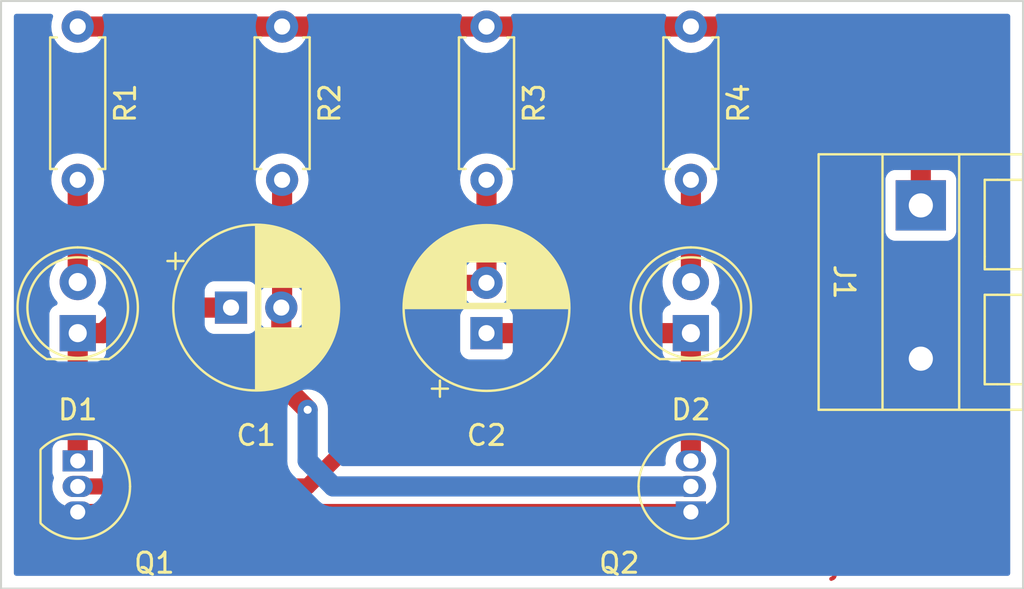
<source format=kicad_pcb>
(kicad_pcb (version 20211014) (generator pcbnew)
  (title_block (title "Tünay Kavrayan") (date "29.09.2022") (rev "V0") (company "Başlamanın Ayak İzleri") (comment 1 "İlk PCB Çizimim"))
  (layers (0 "F.Cu" signal) (31 "B.Cu" signal) (34 "B.Paste" user) (35 "F.Paste" user) (36 "B.SilkS" user "B.Silkscreen") (37 "F.SilkS" user "F.Silkscreen") (38 "B.Mask" user) (39 "F.Mask" user) (44 "Edge.Cuts" user))
  (net 0 "")
  (net 1 "Net-(C1-Pad1)")
  (net 2 "Net-(C1-Pad2)")
  (net 3 "Net-(C2-Pad1)")
  (net 4 "Net-(C2-Pad2)")
  (net 5 "Net-(D1-Pad2)")
  (net 6 "Net-(D2-Pad2)")
  (net 7 "VCC")
  (net 8 "GND")
  (footprint "LED_THT:LED_D5.0mm" (layer "F.Cu") (at 138.43 125.73 90)
    (fp_text reference "D1" (at -3.81 0 180) (layer "F.SilkS"))
    (fp_text value "LED_YESİL")
    (fp_line (start -1.29 -1.545) (end -1.29 1.545) (layer "F.SilkS") (width 0.12))
    (fp_arc (start 4.26 -0.000462) (mid 2.072002 2.880433) (end -1.29 1.54483) (layer "F.SilkS") (width 0.12))
    (fp_arc (start -1.29 -1.54483) (mid 2.072002 -2.880433) (end 4.26 0.000462) (layer "F.SilkS") (width 0.12))
    (fp_circle (center 1.27 0) (end 3.77 0) (layer "F.SilkS") (width 0.12) (fill none))
    (pad "1" thru_hole rect (at 0 0 90) (size 1.8 1.8) (drill 0.9) (layers *.Cu *.Mask) (net 1 "Net-(C1-Pad1)"))
    (pad "2" thru_hole circle (at 2.54 0 90) (size 1.8 1.8) (drill 0.9) (layers *.Cu *.Mask) (net 5 "Net-(D1-Pad2)"))
  )
  (footprint "Package_TO_SOT_THT:TO-92_Inline" (layer "F.Cu") (at 138.43 132.08 -90)
    (fp_text reference "Q1" (at 5.08 -3.81 180) (layer "F.SilkS"))
    (fp_text value "BC547")
    (fp_line (start -0.53 1.85) (end 3.07 1.85) (layer "F.SilkS") (width 0.12))
    (fp_arc (start -0.568478 1.838478) (mid -1.132087 -0.994977) (end 1.27 -2.6) (layer "F.SilkS") (width 0.12))
    (fp_arc (start 1.27 -2.6) (mid 3.672087 -0.994977) (end 3.108478 1.838478) (layer "F.SilkS") (width 0.12))
    (pad "1" thru_hole rect (at 0 0 270) (size 1.05 1.5) (drill 0.75) (layers *.Cu *.Mask) (net 1 "Net-(C1-Pad1)"))
    (pad "2" thru_hole oval (at 1.27 0 270) (size 1.05 1.5) (drill 0.75) (layers *.Cu *.Mask) (net 4 "Net-(C2-Pad2)"))
    (pad "3" thru_hole oval (at 2.54 0 270) (size 1.05 1.5) (drill 0.75) (layers *.Cu *.Mask) (net 8 "GND"))
  )
  (footprint "Resistor_THT:R_Axial_DIN0207_L6.3mm_D2.5mm_P7.62mm_Horizontal" (layer "F.Cu") (at 138.43 110.49 -90)
    (fp_text reference "R1" (at 3.81 -2.37 90) (layer "F.SilkS"))
    (fp_text value "330R")
    (fp_line (start 0.54 1.04) (end 0.54 1.37) (layer "F.SilkS") (width 0.12))
    (fp_line (start 0.54 1.37) (end 7.08 1.37) (layer "F.SilkS") (width 0.12))
    (fp_line (start 0.54 -1.37) (end 7.08 -1.37) (layer "F.SilkS") (width 0.12))
    (fp_line (start 7.08 -1.37) (end 7.08 -1.04) (layer "F.SilkS") (width 0.12))
    (fp_line (start 7.08 1.37) (end 7.08 1.04) (layer "F.SilkS") (width 0.12))
    (fp_line (start 0.54 -1.04) (end 0.54 -1.37) (layer "F.SilkS") (width 0.12))
    (pad "1" thru_hole circle (at 0 0 270) (size 1.6 1.6) (drill 0.8) (layers *.Cu *.Mask) (net 7 "VCC"))
    (pad "2" thru_hole oval (at 7.62 0 270) (size 1.6 1.6) (drill 0.8) (layers *.Cu *.Mask) (net 5 "Net-(D1-Pad2)"))
  )
  (footprint "Capacitor_THT:CP_Radial_D8.0mm_P2.50mm" (layer "F.Cu") (at 158.75 125.73 90)
    (fp_text reference "C2" (at -5.08 0 180) (layer "F.SilkS"))
    (fp_text value "10uF")
    (fp_line (start 3.891 -3.124) (end 3.891 3.124) (layer "F.SilkS") (width 0.12))
    (fp_line (start 5.051 -1.552) (end 5.051 1.552) (layer "F.SilkS") (width 0.12))
    (fp_line (start 2.051 1.04) (end 2.051 4.002) (layer "F.SilkS") (width 0.12))
    (fp_line (start 2.931 1.04) (end 2.931 3.722) (layer "F.SilkS") (width 0.12))
    (fp_line (start 2.731 1.04) (end 2.731 3.805) (layer "F.SilkS") (width 0.12))
    (fp_line (start 2.691 -3.821) (end 2.691 -1.04) (layer "F.SilkS") (width 0.12))
    (fp_line (start 1.81 -4.042) (end 1.81 -1.04) (layer "F.SilkS") (width 0.12))
    (fp_line (start 2.211 1.04) (end 2.211 3.967) (layer "F.SilkS") (width 0.12))
    (fp_line (start 5.011 -1.645) (end 5.011 1.645) (layer "F.SilkS") (width 0.12))
    (fp_line (start 4.811 -2.034) (end 4.811 2.034) (layer "F.SilkS") (width 0.12))
    (fp_line (start 1.73 -4.052) (end 1.73 -1.04) (layer "F.SilkS") (width 0.12))
    (fp_line (start 2.451 1.04) (end 2.451 3.902) (layer "F.SilkS") (width 0.12))
    (fp_line (start 3.331 -3.517) (end 3.331 -1.04) (layer "F.SilkS") (width 0.12))
    (fp_line (start 1.61 1.04) (end 1.61 4.065) (layer "F.SilkS") (width 0.12))
    (fp_line (start 3.531 -3.392) (end 3.531 -1.04) (layer "F.SilkS") (width 0.12))
    (fp_line (start 1.57 -4.068) (end 1.57 -1.04) (layer "F.SilkS") (width 0.12))
    (fp_line (start 3.011 -3.686) (end 3.011 -1.04) (layer "F.SilkS") (width 0.12))
    (fp_line (start 2.531 -3.877) (end 2.531 -1.04) (layer "F.SilkS") (width 0.12))
    (fp_line (start 4.531 -2.454) (end 4.531 2.454) (layer "F.SilkS") (width 0.12))
    (fp_line (start 2.851 1.04) (end 2.851 3.757) (layer "F.SilkS") (width 0.12))
    (fp_line (start 4.131 -2.907) (end 4.131 2.907) (layer "F.SilkS") (width 0.12))
    (fp_line (start 1.49 1.04) (end 1.49 4.074) (layer "F.SilkS") (width 0.12))
    (fp_line (start 1.41 -4.077) (end 1.41 4.077) (layer "F.SilkS") (width 0.12))
    (fp_line (start 3.371 1.04) (end 3.371 3.493) (layer "F.SilkS") (width 0.12))
    (fp_line (start 2.771 -3.79) (end 2.771 -1.04) (layer "F.SilkS") (width 0.12))
    (fp_line (start 3.931 -3.09) (end 3.931 3.09) (layer "F.SilkS") (width 0.12))
    (fp_line (start 1.93 -4.024) (end 1.93 -1.04) (layer "F.SilkS") (width 0.12))
    (fp_line (start 1.971 -4.017) (end 1.971 -1.04) (layer "F.SilkS") (width 0.12))
    (fp_line (start 2.731 -3.805) (end 2.731 -1.04) (layer "F.SilkS") (width 0.12))
    (fp_line (start 4.091 -2.945) (end 4.091 2.945) (layer "F.SilkS") (width 0.12))
    (fp_line (start 4.971 -1.731) (end 4.971 1.731) (layer "F.SilkS") (width 0.12))
    (fp_line (start 1.69 1.04) (end 1.69 4.057) (layer "F.SilkS") (width 0.12))
    (fp_line (start 4.731 -2.166) (end 4.731 2.166) (layer "F.SilkS") (width 0.12))
    (fp_line (start 1.65 -4.061) (end 1.65 -1.04) (layer "F.SilkS") (width 0.12))
    (fp_line (start 3.091 1.04) (end 3.091 3.647) (layer "F.SilkS") (width 0.12))
    (fp_line (start 2.611 -3.85) (end 2.611 -1.04) (layer "F.SilkS") (width 0.12))
    (fp_line (start 3.291 -3.54) (end 3.291 -1.04) (layer "F.SilkS") (width 0.12))
    (fp_line (start 3.131 -3.627) (end 3.131 -1.04) (layer "F.SilkS") (width 0.12))
    (fp_line (start 3.811 -3.189) (end 3.811 3.189) (layer "F.SilkS") (width 0.12))
    (fp_line (start 1.93 1.04) (end 1.93 4.024) (layer "F.SilkS") (width 0.12))
    (fp_line (start 3.051 1.04) (end 3.051 3.666) (layer "F.SilkS") (width 0.12))
    (fp_line (start 5.251 -0.948) (end 5.251 0.948) (layer "F.SilkS") (width 0.12))
    (fp_line (start 5.291 -0.768) (end 5.291 0.768) (layer "F.SilkS") (width 0.12))
    (fp_line (start 3.971 -3.055) (end 3.971 3.055) (layer "F.SilkS") (width 0.12))
    (fp_line (start 4.771 -2.102) (end 4.771 2.102) (layer "F.SilkS") (width 0.12))
    (fp_line (start 5.211 -1.098) (end 5.211 1.098) (layer "F.SilkS") (width 0.12))
    (fp_line (start 2.571 -3.863) (end 2.571 -1.04) (layer "F.SilkS") (width 0.12))
    (fp_line (start 2.091 -3.994) (end 2.091 -1.04) (layer "F.SilkS") (width 0.12))
    (fp_line (start 4.251 -2.784) (end 4.251 2.784) (layer "F.SilkS") (width 0.12))
    (fp_line (start 2.211 -3.967) (end 2.211 -1.04) (layer "F.SilkS") (width 0.12))
    (fp_line (start 1.49 -4.074) (end 1.49 -1.04) (layer "F.SilkS") (width 0.12))
    (fp_line (start 1.89 -4.03) (end 1.89 -1.04) (layer "F.SilkS") (width 0.12))
    (fp_line (start 5.331 -0.533) (end 5.331 0.533) (layer "F.SilkS") (width 0.12))
    (fp_line (start 4.171 -2.867) (end 4.171 2.867) (layer "F.SilkS") (width 0.12))
    (fp_line (start 2.891 1.04) (end 2.891 3.74) (layer "F.SilkS") (width 0.12))
    (fp_line (start 3.691 -3.28) (end 3.691 3.28) (layer "F.SilkS") (width 0.12))
    (fp_line (start 2.491 -3.889) (end 2.491 -1.04) (layer "F.SilkS") (width 0.12))
    (fp_line (start 2.251 1.04) (end 2.251 3.957) (layer "F.SilkS") (width 0.12))
    (fp_line (start 2.811 -3.774) (end 2.811 -1.04) (layer "F.SilkS") (width 0.12))
    (fp_line (start 2.891 -3.74) (end 2.891 -1.04) (layer "F.SilkS") (width 0.12))
    (fp_line (start 1.85 -4.037) (end 1.85 -1.04) (layer "F.SilkS") (width 0.12))
    (fp_line (start 2.651 -3.835) (end 2.651 -1.04) (layer "F.SilkS") (width 0.12))
    (fp_line (start 2.851 -3.757) (end 2.851 -1.04) (layer "F.SilkS") (width 0.12))
    (fp_line (start 1.65 1.04) (end 1.65 4.061) (layer "F.SilkS") (width 0.12))
    (fp_line (start 1.33 -4.08) (end 1.33 4.08) (layer "F.SilkS") (width 0.12))
    (fp_line (start 3.531 1.04) (end 3.531 3.392) (layer "F.SilkS") (width 0.12))
    (fp_line (start 2.291 -3.947) (end 2.291 -1.04) (layer "F.SilkS") (width 0.12))
    (fp_line (start 2.491 1.04) (end 2.491 3.889) (layer "F.SilkS") (width 0.12))
    (fp_line (start 3.131 1.04) (end 3.131 3.627) (layer "F.SilkS") (width 0.12))
    (fp_line (start 4.691 -2.228) (end 4.691 2.228) (layer "F.SilkS") (width 0.12))
    (fp_line (start 1.37 -4.079) (end 1.37 4.079) (layer "F.SilkS") (width 0.12))
    (fp_line (start 3.171 1.04) (end 3.171 3.606) (layer "F.SilkS") (width 0.12))
    (fp_line (start 2.091 1.04) (end 2.091 3.994) (layer "F.SilkS") (width 0.12))
    (fp_line (start 4.651 -2.287) (end 4.651 2.287) (layer "F.SilkS") (width 0.12))
    (fp_line (start 3.091 -3.647) (end 3.091 -1.04) (layer "F.SilkS") (width 0.12))
    (fp_line (start 2.371 -3.925) (end 2.371 -1.04) (layer "F.SilkS") (width 0.12))
    (fp_line (start -2.759698 -2.715) (end -2.759698 -1.915) (layer "F.SilkS") (width 0.12))
    (fp_line (start 1.77 -4.048) (end 1.77 -1.04) (layer "F.SilkS") (width 0.12))
    (fp_line (start 2.291 1.04) (end 2.291 3.947) (layer "F.SilkS") (width 0.12))
    (fp_line (start 4.371 -2.651) (end 4.371 2.651) (layer "F.SilkS") (width 0.12))
    (fp_line (start 3.851 -3.156) (end 3.851 3.156) (layer "F.SilkS") (width 0.12))
    (fp_line (start 1.971 1.04) (end 1.971 4.017) (layer "F.SilkS") (width 0.12))
    (fp_line (start 1.81 1.04) (end 1.81 4.042) (layer "F.SilkS") (width 0.12))
    (fp_line (start 4.331 -2.697) (end 4.331 2.697) (layer "F.SilkS") (width 0.12))
    (fp_line (start 2.331 1.04) (end 2.331 3.936) (layer "F.SilkS") (width 0.12))
    (fp_line (start 3.251 1.04) (end 3.251 3.562) (layer "F.SilkS") (width 0.12))
    (fp_line (start 3.211 -3.584) (end 3.211 -1.04) (layer "F.SilkS") (width 0.12))
    (fp_line (start 3.051 -3.666) (end 3.051 -1.04) (layer "F.SilkS") (width 0.12))
    (fp_line (start 4.011 -3.019) (end 4.011 3.019) (layer "F.SilkS") (width 0.12))
    (fp_line (start 1.73 1.04) (end 1.73 4.052) (layer "F.SilkS") (width 0.12))
    (fp_line (start 2.331 -3.936) (end 2.331 -1.04) (layer "F.SilkS") (width 0.12))
    (fp_line (start 1.53 -4.071) (end 1.53 -1.04) (layer "F.SilkS") (width 0.12))
    (fp_line (start 3.411 -3.469) (end 3.411 -1.04) (layer "F.SilkS") (width 0.12))
    (fp_line (start 4.891 -1.89) (end 4.891 1.89) (layer "F.SilkS") (width 0.12))
    (fp_line (start 3.571 -3.365) (end 3.571 3.365) (layer "F.SilkS") (width 0.12))
    (fp_line (start 2.131 -3.985) (end 2.131 -1.04) (layer "F.SilkS") (width 0.12))
    (fp_line (start 2.931 -3.722) (end 2.931 -1.04) (layer "F.SilkS") (width 0.12))
    (fp_line (start 4.451 -2.556) (end 4.451 2.556) (layer "F.SilkS") (width 0.12))
    (fp_line (start 2.411 1.04) (end 2.411 3.914) (layer "F.SilkS") (width 0.12))
    (fp_line (start 1.77 1.04) (end 1.77 4.048) (layer "F.SilkS") (width 0.12))
    (fp_line (start 5.091 -1.453) (end 5.091 1.453) (layer "F.SilkS") (width 0.12))
    (fp_line (start 2.051 -4.002) (end 2.051 -1.04) (layer "F.SilkS") (width 0.12))
    (fp_line (start 3.611 -3.338) (end 3.611 3.338) (layer "F.SilkS") (width 0.12))
    (fp_line (start 4.051 -2.983) (end 4.051 2.983) (layer "F.SilkS") (width 0.12))
    (fp_line (start 3.291 1.04) (end 3.291 3.54) (layer "F.SilkS") (width 0.12))
    (fp_line (start 3.371 -3.493) (end 3.371 -1.04) (layer "F.SilkS") (width 0.12))
    (fp_line (start 2.651 1.04) (end 2.651 3.835) (layer "F.SilkS") (width 0.12))
    (fp_line (start 2.371 1.04) (end 2.371 3.925) (layer "F.SilkS") (width 0.12))
    (fp_line (start 2.411 -3.914) (end 2.411 -1.04) (layer "F.SilkS") (width 0.12))
    (fp_line (start 2.971 1.04) (end 2.971 3.704) (layer "F.SilkS") (width 0.12))
    (fp_line (start 3.451 1.04) (end 3.451 3.444) (layer "F.SilkS") (width 0.12))
    (fp_line (start 1.89 1.04) (end 1.89 4.03) (layer "F.SilkS") (width 0.12))
    (fp_line (start 4.851 -1.964) (end 4.851 1.964) (layer "F.SilkS") (width 0.12))
    (fp_line (start 3.491 -3.418) (end 3.491 -1.04) (layer "F.SilkS") (width 0.12))
    (fp_line (start 2.531 1.04) (end 2.531 3.877) (layer "F.SilkS") (width 0.12))
    (fp_line (start 1.57 1.04) (end 1.57 4.068) (layer "F.SilkS") (width 0.12))
    (fp_line (start 2.571 1.04) (end 2.571 3.863) (layer "F.SilkS") (width 0.12))
    (fp_line (start 2.971 -3.704) (end 2.971 -1.04) (layer "F.SilkS") (width 0.12))
    (fp_line (start 3.211 1.04) (end 3.211 3.584) (layer "F.SilkS") (width 0.12))
    (fp_line (start 3.731 -3.25) (end 3.731 3.25) (layer "F.SilkS") (width 0.12))
    (fp_line (start 3.171 -3.606) (end 3.171 -1.04) (layer "F.SilkS") (width 0.12))
    (fp_line (start 3.771 -3.22) (end 3.771 3.22) (layer "F.SilkS") (width 0.12))
    (fp_line (start 2.171 -3.976) (end 2.171 -1.04) (layer "F.SilkS") (width 0.12))
    (fp_line (start 1.61 -4.065) (end 1.61 -1.04) (layer "F.SilkS") (width 0.12))
    (fp_line (start 5.131 -1.346) (end 5.131 1.346) (layer "F.SilkS") (width 0.12))
    (fp_line (start 3.251 -3.562) (end 3.251 -1.04) (layer "F.SilkS") (width 0.12))
    (fp_line (start 1.85 1.04) (end 1.85 4.037) (layer "F.SilkS") (width 0.12))
    (fp_line (start 2.011 1.04) (end 2.011 4.01) (layer "F.SilkS") (width 0.12))
    (fp_line (start 3.491 1.04) (end 3.491 3.418) (layer "F.SilkS") (width 0.12))
    (fp_line (start 1.45 -4.076) (end 1.45 4.076) (layer "F.SilkS") (width 0.12))
    (fp_line (start 1.29 -4.08) (end 1.29 4.08) (layer "F.SilkS") (width 0.12))
    (fp_line (start 2.611 1.04) (end 2.611 3.85) (layer "F.SilkS") (width 0.12))
    (fp_line (start 5.171 -1.229) (end 5.171 1.229) (layer "F.SilkS") (width 0.12))
    (fp_line (start 4.931 -1.813) (end 4.931 1.813) (layer "F.SilkS") (width 0.12))
    (fp_line (start 3.451 -3.444) (end 3.451 -1.04) (layer "F.SilkS") (width 0.12))
    (fp_line (start 4.291 -2.741) (end 4.291 2.741) (layer "F.SilkS") (width 0.12))
    (fp_line (start 2.691 1.04) (end 2.691 3.821) (layer "F.SilkS") (width 0.12))
    (fp_line (start 2.251 -3.957) (end 2.251 -1.04) (layer "F.SilkS") (width 0.12))
    (fp_line (start 2.811 1.04) (end 2.811 3.774) (layer "F.SilkS") (width 0.12))
    (fp_line (start 1.69 -4.057) (end 1.69 -1.04) (layer "F.SilkS") (width 0.12))
    (fp_line (start 2.451 -3.902) (end 2.451 -1.04) (layer "F.SilkS") (width 0.12))
    (fp_line (start 3.331 1.04) (end 3.331 3.517) (layer "F.SilkS") (width 0.12))
    (fp_line (start 2.171 1.04) (end 2.171 3.976) (layer "F.SilkS") (width 0.12))
    (fp_line (start 3.011 1.04) (end 3.011 3.686) (layer "F.SilkS") (width 0.12))
    (fp_line (start 1.25 -4.08) (end 1.25 4.08) (layer "F.SilkS") (width 0.12))
    (fp_line (start 1.53 1.04) (end 1.53 4.071) (layer "F.SilkS") (width 0.12))
    (fp_line (start 2.131 1.04) (end 2.131 3.985) (layer "F.SilkS") (width 0.12))
    (fp_line (start 4.211 -2.826) (end 4.211 2.826) (layer "F.SilkS") (width 0.12))
    (fp_line (start 4.491 -2.505) (end 4.491 2.505) (layer "F.SilkS") (width 0.12))
    (fp_line (start 2.771 1.04) (end 2.771 3.79) (layer "F.SilkS") (width 0.12))
    (fp_line (start 4.611 -2.345) (end 4.611 2.345) (layer "F.SilkS") (width 0.12))
    (fp_line (start 4.571 -2.4) (end 4.571 2.4) (layer "F.SilkS") (width 0.12))
    (fp_line (start -3.159698 -2.315) (end -2.359698 -2.315) (layer "F.SilkS") (width 0.12))
    (fp_line (start 4.411 -2.604) (end 4.411 2.604) (layer "F.SilkS") (width 0.12))
    (fp_line (start 3.651 -3.309) (end 3.651 3.309) (layer "F.SilkS") (width 0.12))
    (fp_line (start 3.411 1.04) (end 3.411 3.469) (layer "F.SilkS") (width 0.12))
    (fp_line (start 2.011 -4.01) (end 2.011 -1.04) (layer "F.SilkS") (width 0.12))
    (fp_circle (center 1.25 0) (end 5.37 0) (layer "F.SilkS") (width 0.12) (fill none))
    (pad "1" thru_hole rect (at 0 0 90) (size 1.6 1.6) (drill 0.8) (layers *.Cu *.Mask) (net 3 "Net-(C2-Pad1)"))
    (pad "2" thru_hole circle (at 2.5 0 90) (size 1.6 1.6) (drill 0.8) (layers *.Cu *.Mask) (net 4 "Net-(C2-Pad2)"))
  )
  (footprint "Resistor_THT:R_Axial_DIN0207_L6.3mm_D2.5mm_P7.62mm_Horizontal" (layer "F.Cu") (at 158.75 110.49 -90)
    (fp_text reference "R3" (at 3.81 -2.37 90) (layer "F.SilkS"))
    (fp_text value "150K")
    (fp_line (start 7.08 -1.37) (end 7.08 -1.04) (layer "F.SilkS") (width 0.12))
    (fp_line (start 7.08 1.37) (end 7.08 1.04) (layer "F.SilkS") (width 0.12))
    (fp_line (start 0.54 1.04) (end 0.54 1.37) (layer "F.SilkS") (width 0.12))
    (fp_line (start 0.54 -1.04) (end 0.54 -1.37) (layer "F.SilkS") (width 0.12))
    (fp_line (start 0.54 1.37) (end 7.08 1.37) (layer "F.SilkS") (width 0.12))
    (fp_line (start 0.54 -1.37) (end 7.08 -1.37) (layer "F.SilkS") (width 0.12))
    (pad "1" thru_hole circle (at 0 0 270) (size 1.6 1.6) (drill 0.8) (layers *.Cu *.Mask) (net 7 "VCC"))
    (pad "2" thru_hole oval (at 7.62 0 270) (size 1.6 1.6) (drill 0.8) (layers *.Cu *.Mask) (net 4 "Net-(C2-Pad2)"))
  )
  (footprint "Resistor_THT:R_Axial_DIN0207_L6.3mm_D2.5mm_P7.62mm_Horizontal" (layer "F.Cu") (at 168.91 110.49 -90)
    (fp_text reference "R4" (at 3.81 -2.37 90) (layer "F.SilkS"))
    (fp_text value "330R")
    (fp_line (start 0.54 -1.04) (end 0.54 -1.37) (layer "F.SilkS") (width 0.12))
    (fp_line (start 7.08 -1.37) (end 7.08 -1.04) (layer "F.SilkS") (width 0.12))
    (fp_line (start 7.08 1.37) (end 7.08 1.04) (layer "F.SilkS") (width 0.12))
    (fp_line (start 0.54 1.37) (end 7.08 1.37) (layer "F.SilkS") (width 0.12))
    (fp_line (start 0.54 1.04) (end 0.54 1.37) (layer "F.SilkS") (width 0.12))
    (fp_line (start 0.54 -1.37) (end 7.08 -1.37) (layer "F.SilkS") (width 0.12))
    (pad "1" thru_hole circle (at 0 0 270) (size 1.6 1.6) (drill 0.8) (layers *.Cu *.Mask) (net 7 "VCC"))
    (pad "2" thru_hole oval (at 7.62 0 270) (size 1.6 1.6) (drill 0.8) (layers *.Cu *.Mask) (net 6 "Net-(D2-Pad2)"))
  )
  (footprint "Resistor_THT:R_Axial_DIN0207_L6.3mm_D2.5mm_P7.62mm_Horizontal" (layer "F.Cu") (at 148.59 110.49 -90)
    (fp_text reference "R2" (at 3.81 -2.37 90) (layer "F.SilkS"))
    (fp_text value "150K")
    (fp_line (start 0.54 -1.37) (end 7.08 -1.37) (layer "F.SilkS") (width 0.12))
    (fp_line (start 7.08 -1.37) (end 7.08 -1.04) (layer "F.SilkS") (width 0.12))
    (fp_line (start 0.54 1.37) (end 7.08 1.37) (layer "F.SilkS") (width 0.12))
    (fp_line (start 7.08 1.37) (end 7.08 1.04) (layer "F.SilkS") (width 0.12))
    (fp_line (start 0.54 -1.04) (end 0.54 -1.37) (layer "F.SilkS") (width 0.12))
    (fp_line (start 0.54 1.04) (end 0.54 1.37) (layer "F.SilkS") (width 0.12))
    (pad "1" thru_hole circle (at 0 0 270) (size 1.6 1.6) (drill 0.8) (layers *.Cu *.Mask) (net 7 "VCC"))
    (pad "2" thru_hole oval (at 7.62 0 270) (size 1.6 1.6) (drill 0.8) (layers *.Cu *.Mask) (net 2 "Net-(C1-Pad2)"))
  )
  (footprint "kutuphane_footprint:klemens" (layer "F.Cu") (at 180.34 121.92 -90)
    (fp_text reference "J1" (at 1.27 3.81 -90 unlocked) (layer "F.SilkS"))
    (fp_text value "klemens")
    (fp_line (start 1.905 -5.08) (end 1.905 -3.81) (layer "F.SilkS") (width 0.12))
    (fp_line (start 1.905 -3.175) (end 5.715 -3.175) (layer "F.SilkS") (width 0.12))
    (fp_line (start -3.81 -5.08) (end -3.81 -3.81) (layer "F.SilkS") (width 0.12))
    (fp_line (start 6.35 -3.81) (end 6.35 -3.175) (layer "F.SilkS") (width 0.12))
    (fp_line (start 0 -3.175) (end 0.635 -3.175) (layer "F.SilkS") (width 0.12))
    (fp_line (start -5.08 -5.08) (end -5.08 5.08) (layer "F.SilkS") (width 0.12))
    (fp_line (start -5.08 5.08) (end 7.62 5.08) (layer "F.SilkS") (width 0.12))
    (fp_line (start -5.08 1.905) (end 7.62 1.905) (layer "F.SilkS") (width 0.12))
    (fp_line (start -5.08 -1.905) (end 7.62 -1.905) (layer "F.SilkS") (width 0.12))
    (fp_line (start -3.81 -3.175) (end 0 -3.175) (layer "F.SilkS") (width 0.12))
    (fp_line (start 1.905 -3.81) (end 1.905 -3.175) (layer "F.SilkS") (width 0.12))
    (fp_line (start -3.81 -3.81) (end -3.81 -3.175) (layer "F.SilkS") (width 0.12))
    (fp_line (start 5.715 -3.175) (end 6.35 -3.175) (layer "F.SilkS") (width 0.12))
    (fp_line (start 7.62 5.08) (end 7.62 -5.08) (layer "F.SilkS") (width 0.12))
    (fp_line (start 7.62 -5.08) (end -5.08 -5.08) (layer "F.SilkS") (width 0.12))
    (fp_line (start 0.635 -3.81) (end 0.635 -5.08) (layer "F.SilkS") (width 0.12))
    (fp_line (start 0.635 -3.81) (end 0.635 -3.175) (layer "F.SilkS") (width 0.12))
    (fp_line (start 6.35 -3.81) (end 6.35 -5.08) (layer "F.SilkS") (width 0.12))
    (pad "1" thru_hole rect (at -2.54 0 270) (size 2.5 2.5) (drill 1.2) (layers *.Cu *.Mask) (net 7 "VCC"))
    (pad "2" thru_hole circle (at 5.08 0 270) (size 2.5 2.5) (drill 1.2) (layers *.Cu *.Mask) (net 8 "GND"))
  )
  (footprint "Package_TO_SOT_THT:TO-92_Inline" (layer "F.Cu") (at 168.91 134.62 90)
    (fp_text reference "Q2" (at -2.54 -3.56 180) (layer "F.SilkS"))
    (fp_text value "BC547")
    (fp_line (start -0.53 1.85) (end 3.07 1.85) (layer "F.SilkS") (width 0.12))
    (fp_arc (start 1.27 -2.6) (mid 3.672087 -0.994977) (end 3.108478 1.838478) (layer "F.SilkS") (width 0.12))
    (fp_arc (start -0.568478 1.838478) (mid -1.132087 -0.994977) (end 1.27 -2.6) (layer "F.SilkS") (width 0.12))
    (pad "1" thru_hole rect (at 0 0 90) (size 1.05 1.5) (drill 0.75) (layers *.Cu *.Mask) (net 8 "GND"))
    (pad "2" thru_hole oval (at 1.27 0 90) (size 1.05 1.5) (drill 0.75) (layers *.Cu *.Mask) (net 2 "Net-(C1-Pad2)"))
    (pad "3" thru_hole oval (at 2.54 0 90) (size 1.05 1.5) (drill 0.75) (layers *.Cu *.Mask) (net 3 "Net-(C2-Pad1)"))
  )
  (footprint "Capacitor_THT:CP_Radial_D8.0mm_P2.50mm" (layer "F.Cu") (at 146.05 124.46)
    (fp_text reference "C1" (at 1.25 6.35) (layer "F.SilkS"))
    (fp_text value "10uF")
    (fp_line (start 1.971 1.04) (end 1.971 4.017) (layer "F.SilkS") (width 0.12))
    (fp_line (start 5.051 -1.552) (end 5.051 1.552) (layer "F.SilkS") (width 0.12))
    (fp_line (start 2.251 -3.957) (end 2.251 -1.04) (layer "F.SilkS") (width 0.12))
    (fp_line (start -3.159698 -2.315) (end -2.359698 -2.315) (layer "F.SilkS") (width 0.12))
    (fp_line (start 4.491 -2.505) (end 4.491 2.505) (layer "F.SilkS") (width 0.12))
    (fp_line (start 2.211 1.04) (end 2.211 3.967) (layer "F.SilkS") (width 0.12))
    (fp_line (start 2.091 1.04) (end 2.091 3.994) (layer "F.SilkS") (width 0.12))
    (fp_line (start 1.77 1.04) (end 1.77 4.048) (layer "F.SilkS") (width 0.12))
    (fp_line (start 4.051 -2.983) (end 4.051 2.983) (layer "F.SilkS") (width 0.12))
    (fp_line (start 3.131 1.04) (end 3.131 3.627) (layer "F.SilkS") (width 0.12))
    (fp_line (start 2.291 -3.947) (end 2.291 -1.04) (layer "F.SilkS") (width 0.12))
    (fp_line (start 4.811 -2.034) (end 4.811 2.034) (layer "F.SilkS") (width 0.12))
    (fp_line (start 1.77 -4.048) (end 1.77 -1.04) (layer "F.SilkS") (width 0.12))
    (fp_line (start 3.171 1.04) (end 3.171 3.606) (layer "F.SilkS") (width 0.12))
    (fp_line (start 4.691 -2.228) (end 4.691 2.228) (layer "F.SilkS") (width 0.12))
    (fp_line (start 2.051 1.04) (end 2.051 4.002) (layer "F.SilkS") (width 0.12))
    (fp_line (start 2.691 1.04) (end 2.691 3.821) (layer "F.SilkS") (width 0.12))
    (fp_line (start 2.011 1.04) (end 2.011 4.01) (layer "F.SilkS") (width 0.12))
    (fp_line (start 2.251 1.04) (end 2.251 3.957) (layer "F.SilkS") (width 0.12))
    (fp_line (start 3.251 1.04) (end 3.251 3.562) (layer "F.SilkS") (width 0.12))
    (fp_line (start 1.41 -4.077) (end 1.41 4.077) (layer "F.SilkS") (width 0.12))
    (fp_line (start 4.531 -2.454) (end 4.531 2.454) (layer "F.SilkS") (width 0.12))
    (fp_line (start 2.171 -3.976) (end 2.171 -1.04) (layer "F.SilkS") (width 0.12))
    (fp_line (start 2.851 1.04) (end 2.851 3.757) (layer "F.SilkS") (width 0.12))
    (fp_line (start 3.331 -3.517) (end 3.331 -1.04) (layer "F.SilkS") (width 0.12))
    (fp_line (start 3.051 1.04) (end 3.051 3.666) (layer "F.SilkS") (width 0.12))
    (fp_line (start 1.73 1.04) (end 1.73 4.052) (layer "F.SilkS") (width 0.12))
    (fp_line (start 2.651 1.04) (end 2.651 3.835) (layer "F.SilkS") (width 0.12))
    (fp_line (start 3.851 -3.156) (end 3.851 3.156) (layer "F.SilkS") (width 0.12))
    (fp_line (start 2.851 -3.757) (end 2.851 -1.04) (layer "F.SilkS") (width 0.12))
    (fp_line (start 3.411 -3.469) (end 3.411 -1.04) (layer "F.SilkS") (width 0.12))
    (fp_line (start 1.69 -4.057) (end 1.69 -1.04) (layer "F.SilkS") (width 0.12))
    (fp_line (start 2.331 -3.936) (end 2.331 -1.04) (layer "F.SilkS") (width 0.12))
    (fp_line (start 2.771 -3.79) (end 2.771 -1.04) (layer "F.SilkS") (width 0.12))
    (fp_line (start 5.131 -1.346) (end 5.131 1.346) (layer "F.SilkS") (width 0.12))
    (fp_line (start 2.731 1.04) (end 2.731 3.805) (layer "F.SilkS") (width 0.12))
    (fp_line (start 5.251 -0.948) (end 5.251 0.948) (layer "F.SilkS") (width 0.12))
    (fp_line (start 1.971 -4.017) (end 1.971 -1.04) (layer "F.SilkS") (width 0.12))
    (fp_line (start 3.731 -3.25) (end 3.731 3.25) (layer "F.SilkS") (width 0.12))
    (fp_line (start 2.691 -3.821) (end 2.691 -1.04) (layer "F.SilkS") (width 0.12))
    (fp_line (start 5.291 -0.768) (end 5.291 0.768) (layer "F.SilkS") (width 0.12))
    (fp_line (start 2.931 1.04) (end 2.931 3.722) (layer "F.SilkS") (width 0.12))
    (fp_line (start 1.73 -4.052) (end 1.73 -1.04) (layer "F.SilkS") (width 0.12))
    (fp_line (start 2.531 -3.877) (end 2.531 -1.04) (layer "F.SilkS") (width 0.12))
    (fp_line (start 4.931 -1.813) (end 4.931 1.813) (layer "F.SilkS") (width 0.12))
    (fp_line (start 3.891 -3.124) (end 3.891 3.124) (layer "F.SilkS") (width 0.12))
    (fp_line (start 1.85 1.04) (end 1.85 4.037) (layer "F.SilkS") (width 0.12))
    (fp_line (start 3.531 -3.392) (end 3.531 -1.04) (layer "F.SilkS") (width 0.12))
    (fp_line (start 1.49 1.04) (end 1.49 4.074) (layer "F.SilkS") (width 0.12))
    (fp_line (start 3.491 1.04) (end 3.491 3.418) (layer "F.SilkS") (width 0.12))
    (fp_line (start 4.251 -2.784) (end 4.251 2.784) (layer "F.SilkS") (width 0.12))
    (fp_line (start 4.131 -2.907) (end 4.131 2.907) (layer "F.SilkS") (width 0.12))
    (fp_line (start 1.29 -4.08) (end 1.29 4.08) (layer "F.SilkS") (width 0.12))
    (fp_line (start 4.211 -2.826) (end 4.211 2.826) (layer "F.SilkS") (width 0.12))
    (fp_line (start 2.371 -3.925) (end 2.371 -1.04) (layer "F.SilkS") (width 0.12))
    (fp_line (start 3.131 -3.627) (end 3.131 -1.04) (layer "F.SilkS") (width 0.12))
    (fp_line (start 3.291 1.04) (end 3.291 3.54) (layer "F.SilkS") (width 0.12))
    (fp_line (start 4.771 -2.102) (end 4.771 2.102) (layer "F.SilkS") (width 0.12))
    (fp_line (start 2.011 -4.01) (end 2.011 -1.04) (layer "F.SilkS") (width 0.12))
    (fp_line (start 2.531 1.04) (end 2.531 3.877) (layer "F.SilkS") (width 0.12))
    (fp_line (start 1.89 1.04) (end 1.89 4.03) (layer "F.SilkS") (width 0.12))
    (fp_line (start 3.691 -3.28) (end 3.691 3.28) (layer "F.SilkS") (width 0.12))
    (fp_line (start 1.93 -4.024) (end 1.93 -1.04) (layer "F.SilkS") (width 0.12))
    (fp_line (start 4.091 -2.945) (end 4.091 2.945) (layer "F.SilkS") (width 0.12))
    (fp_line (start 2.451 -3.902) (end 2.451 -1.04) (layer "F.SilkS") (width 0.12))
    (fp_line (start 3.451 1.04) (end 3.451 3.444) (layer "F.SilkS") (width 0.12))
    (fp_line (start 3.091 -3.647) (end 3.091 -1.04) (layer "F.SilkS") (width 0.12))
    (fp_line (start 2.211 -3.967) (end 2.211 -1.04) (layer "F.SilkS") (width 0.12))
    (fp_line (start 4.651 -2.287) (end 4.651 2.287) (layer "F.SilkS") (width 0.12))
    (fp_line (start 4.331 -2.697) (end 4.331 2.697) (layer "F.SilkS") (width 0.12))
    (fp_line (start 3.211 -3.584) (end 3.211 -1.04) (layer "F.SilkS") (width 0.12))
    (fp_line (start 2.331 1.04) (end 2.331 3.936) (layer "F.SilkS") (width 0.12))
    (fp_line (start 3.411 1.04) (end 3.411 3.469) (layer "F.SilkS") (width 0.12))
    (fp_line (start 3.251 -3.562) (end 3.251 -1.04) (layer "F.SilkS") (width 0.12))
    (fp_line (start 4.891 -1.89) (end 4.891 1.89) (layer "F.SilkS") (width 0.12))
    (fp_line (start 2.891 1.04) (end 2.891 3.74) (layer "F.SilkS") (width 0.12))
    (fp_line (start 4.571 -2.4) (end 4.571 2.4) (layer "F.SilkS") (width 0.12))
    (fp_line (start 2.811 1.04) (end 2.811 3.774) (layer "F.SilkS") (width 0.12))
    (fp_line (start 5.091 -1.453) (end 5.091 1.453) (layer "F.SilkS") (width 0.12))
    (fp_line (start 4.411 -2.604) (end 4.411 2.604) (layer "F.SilkS") (width 0.12))
    (fp_line (start 2.411 -3.914) (end 2.411 -1.04) (layer "F.SilkS") (width 0.12))
    (fp_line (start 1.89 -4.03) (end 1.89 -1.04) (layer "F.SilkS") (width 0.12))
    (fp_line (start 2.611 1.04) (end 2.611 3.85) (layer "F.SilkS") (width 0.12))
    (fp_line (start 1.57 -4.068) (end 1.57 -1.04) (layer "F.SilkS") (width 0.12))
    (fp_line (start 3.291 -3.54) (end 3.291 -1.04) (layer "F.SilkS") (width 0.12))
    (fp_line (start 3.091 1.04) (end 3.091 3.647) (layer "F.SilkS") (width 0.12))
    (fp_line (start 3.811 -3.189) (end 3.811 3.189) (layer "F.SilkS") (width 0.12))
    (fp_line (start 2.611 -3.85) (end 2.611 -1.04) (layer "F.SilkS") (width 0.12))
    (fp_line (start 1.49 -4.074) (end 1.49 -1.04) (layer "F.SilkS") (width 0.12))
    (fp_line (start 5.211 -1.098) (end 5.211 1.098) (layer "F.SilkS") (width 0.12))
    (fp_line (start 1.61 -4.065) (end 1.61 -1.04) (layer "F.SilkS") (width 0.12))
    (fp_line (start 4.171 -2.867) (end 4.171 2.867) (layer "F.SilkS") (width 0.12))
    (fp_line (start 1.81 -4.042) (end 1.81 -1.04) (layer "F.SilkS") (width 0.12))
    (fp_line (start 1.37 -4.079) (end 1.37 4.079) (layer "F.SilkS") (width 0.12))
    (fp_line (start 1.81 1.04) (end 1.81 4.042) (layer "F.SilkS") (width 0.12))
    (fp_line (start 5.171 -1.229) (end 5.171 1.229) (layer "F.SilkS") (width 0.12))
    (fp_line (start 3.211 1.04) (end 3.211 3.584) (layer "F.SilkS") (width 0.12))
    (fp_line (start 1.61 1.04) (end 1.61 4.065) (layer "F.SilkS") (width 0.12))
    (fp_line (start 2.451 1.04) (end 2.451 3.902) (layer "F.SilkS") (width 0.12))
    (fp_line (start 1.85 -4.037) (end 1.85 -1.04) (layer "F.SilkS") (width 0.12))
    (fp_line (start 3.451 -3.444) (end 3.451 -1.04) (layer "F.SilkS") (width 0.12))
    (fp_line (start 1.53 -4.071) (end 1.53 -1.04) (layer "F.SilkS") (width 0.12))
    (fp_line (start 3.651 -3.309) (end 3.651 3.309) (layer "F.SilkS") (width 0.12))
    (fp_line (start 2.411 1.04) (end 2.411 3.914) (layer "F.SilkS") (width 0.12))
    (fp_line (start 2.131 1.04) (end 2.131 3.985) (layer "F.SilkS") (width 0.12))
    (fp_line (start 1.65 1.04) (end 1.65 4.061) (layer "F.SilkS") (width 0.12))
    (fp_line (start 3.971 -3.055) (end 3.971 3.055) (layer "F.SilkS") (width 0.12))
    (fp_line (start 2.371 1.04) (end 2.371 3.925) (layer "F.SilkS") (width 0.12))
    (fp_line (start 3.171 -3.606) (end 3.171 -1.04) (layer "F.SilkS") (width 0.12))
    (fp_line (start 3.051 -3.666) (end 3.051 -1.04) (layer "F.SilkS") (width 0.12))
    (fp_line (start 1.33 -4.08) (end 1.33 4.08) (layer "F.SilkS") (width 0.12))
    (fp_line (start 4.291 -2.741) (end 4.291 2.741) (layer "F.SilkS") (width 0.12))
    (fp_line (start 1.65 -4.061) (end 1.65 -1.04) (layer "F.SilkS") (width 0.12))
    (fp_line (start 2.971 1.04) (end 2.971 3.704) (layer "F.SilkS") (width 0.12))
    (fp_line (start 3.371 -3.493) (end 3.371 -1.04) (layer "F.SilkS") (width 0.12))
    (fp_line (start 4.611 -2.345) (end 4.611 2.345) (layer "F.SilkS") (width 0.12))
    (fp_line (start 4.451 -2.556) (end 4.451 2.556) (layer "F.SilkS") (width 0.12))
    (fp_line (start 1.69 1.04) (end 1.69 4.057) (layer "F.SilkS") (width 0.12))
    (fp_line (start 4.851 -1.964) (end 4.851 1.964) (layer "F.SilkS") (width 0.12))
    (fp_line (start 1.57 1.04) (end 1.57 4.068) (layer "F.SilkS") (width 0.12))
    (fp_line (start 1.53 1.04) (end 1.53 4.071) (layer "F.SilkS") (width 0.12))
    (fp_line (start 3.371 1.04) (end 3.371 3.493) (layer "F.SilkS") (width 0.12))
    (fp_line (start 2.811 -3.774) (end 2.811 -1.04) (layer "F.SilkS") (width 0.12))
    (fp_line (start 3.611 -3.338) (end 3.611 3.338) (layer "F.SilkS") (width 0.12))
    (fp_line (start 3.531 1.04) (end 3.531 3.392) (layer "F.SilkS") (width 0.12))
    (fp_line (start 5.331 -0.533) (end 5.331 0.533) (layer "F.SilkS") (width 0.12))
    (fp_line (start 5.011 -1.645) (end 5.011 1.645) (layer "F.SilkS") (width 0.12))
    (fp_line (start 1.93 1.04) (end 1.93 4.024) (layer "F.SilkS") (width 0.12))
    (fp_line (start 4.011 -3.019) (end 4.011 3.019) (layer "F.SilkS") (width 0.12))
    (fp_line (start 3.331 1.04) (end 3.331 3.517) (layer "F.SilkS") (width 0.12))
    (fp_line (start 4.731 -2.166) (end 4.731 2.166) (layer "F.SilkS") (width 0.12))
    (fp_line (start 2.091 -3.994) (end 2.091 -1.04) (layer "F.SilkS") (width 0.12))
    (fp_line (start 2.491 -3.889) (end 2.491 -1.04) (layer "F.SilkS") (width 0.12))
    (fp_line (start 2.891 -3.74) (end 2.891 -1.04) (layer "F.SilkS") (width 0.12))
    (fp_line (start 2.731 -3.805) (end 2.731 -1.04) (layer "F.SilkS") (width 0.12))
    (fp_line (start 2.651 -3.835) (end 2.651 -1.04) (layer "F.SilkS") (width 0.12))
    (fp_line (start -2.759698 -2.715) (end -2.759698 -1.915) (layer "F.SilkS") (width 0.12))
    (fp_line (start 3.771 -3.22) (end 3.771 3.22) (layer "F.SilkS") (width 0.12))
    (fp_line (start 2.051 -4.002) (end 2.051 -1.04) (layer "F.SilkS") (width 0.12))
    (fp_line (start 2.771 1.04) (end 2.771 3.79) (layer "F.SilkS") (width 0.12))
    (fp_line (start 2.171 1.04) (end 2.171 3.976) (layer "F.SilkS") (width 0.12))
    (fp_line (start 1.25 -4.08) (end 1.25 4.08) (layer "F.SilkS") (width 0.12))
    (fp_line (start 4.971 -1.731) (end 4.971 1.731) (layer "F.SilkS") (width 0.12))
    (fp_line (start 4.371 -2.651) (end 4.371 2.651) (layer "F.SilkS") (width 0.12))
    (fp_line (start 2.571 -3.863) (end 2.571 -1.04) (layer "F.SilkS") (width 0.12))
    (fp_line (start 2.291 1.04) (end 2.291 3.947) (layer "F.SilkS") (width 0.12))
    (fp_line (start 3.011 -3.686) (end 3.011 -1.04) (layer "F.SilkS") (width 0.12))
    (fp_line (start 3.491 -3.418) (end 3.491 -1.04) (layer "F.SilkS") (width 0.12))
    (fp_line (start 2.931 -3.722) (end 2.931 -1.04) (layer "F.SilkS") (width 0.12))
    (fp_line (start 3.571 -3.365) (end 3.571 3.365) (layer "F.SilkS") (width 0.12))
    (fp_line (start 2.131 -3.985) (end 2.131 -1.04) (layer "F.SilkS") (width 0.12))
    (fp_line (start 3.011 1.04) (end 3.011 3.686) (layer "F.SilkS") (width 0.12))
    (fp_line (start 2.571 1.04) (end 2.571 3.863) (layer "F.SilkS") (width 0.12))
    (fp_line (start 3.931 -3.09) (end 3.931 3.09) (layer "F.SilkS") (width 0.12))
    (fp_line (start 2.971 -3.704) (end 2.971 -1.04) (layer "F.SilkS") (width 0.12))
    (fp_line (start 1.45 -4.076) (end 1.45 4.076) (layer "F.SilkS") (width 0.12))
    (fp_line (start 2.491 1.04) (end 2.491 3.889) (layer "F.SilkS") (width 0.12))
    (fp_circle (center 1.25 0) (end 5.37 0) (layer "F.SilkS") (width 0.12) (fill none))
    (pad "1" thru_hole rect (at 0 0) (size 1.6 1.6) (drill 0.8) (layers *.Cu *.Mask) (net 1 "Net-(C1-Pad1)"))
    (pad "2" thru_hole circle (at 2.5 0) (size 1.6 1.6) (drill 0.8) (layers *.Cu *.Mask) (net 2 "Net-(C1-Pad2)"))
  )
  (footprint "LED_THT:LED_D5.0mm" (layer "F.Cu") (at 168.91 125.73 90)
    (fp_text reference "D2" (at -3.81 0 180) (layer "F.SilkS"))
    (fp_text value "LED_KİRMİZİ")
    (fp_line (start -1.29 -1.545) (end -1.29 1.545) (layer "F.SilkS") (width 0.12))
    (fp_arc (start 4.26 -0.000462) (mid 2.072002 2.880433) (end -1.29 1.54483) (layer "F.SilkS") (width 0.12))
    (fp_arc (start -1.29 -1.54483) (mid 2.072002 -2.880433) (end 4.26 0.000462) (layer "F.SilkS") (width 0.12))
    (fp_circle (center 1.27 0) (end 3.77 0) (layer "F.SilkS") (width 0.12) (fill none))
    (pad "1" thru_hole rect (at 0 0 90) (size 1.8 1.8) (drill 0.9) (layers *.Cu *.Mask) (net 3 "Net-(C2-Pad1)"))
    (pad "2" thru_hole circle (at 2.54 0 90) (size 1.8 1.8) (drill 0.9) (layers *.Cu *.Mask) (net 6 "Net-(D2-Pad2)"))
  )
  (gr_poly (pts (xy 185.42 138.43) (xy 134.62 138.43) (xy 134.62 109.22) (xy 185.42 109.22)) (layer "Edge.Cuts") (width 0.1) (fill none))
  (gr_text "Tünay KAVRAYAN" (at 178.435 137.16) (layer "F.Cu") (effects (font (size 1 1) (thickness 0.2))))
  (segment (start 138.43 125.73) (end 138.43 132.08) (width 1) (layer "F.Cu") (net 1))
  (segment (start 140.97 124.46) (end 146.05 124.46) (width 1) (layer "F.Cu") (net 1))
  (segment (start 138.43 125.73) (end 139.7 125.73) (width 1) (layer "F.Cu") (net 1))
  (segment (start 139.7 125.73) (end 140.97 124.46) (width 1) (layer "F.Cu") (net 1))
  (segment (start 148.59 124.42) (end 148.55 124.46) (width 1) (layer "F.Cu") (net 2))
  (segment (start 148.55 124.46) (end 148.55 128.23) (width 1) (layer "F.Cu") (net 2))
  (segment (start 148.55 128.23) (end 149.86 129.54) (width 1) (layer "F.Cu") (net 2))
  (segment (start 148.59 118.11) (end 148.59 124.42) (width 1) (layer "F.Cu") (net 2))
  (via (at 149.86 129.54) (size 0.8) (drill 0.4) (layers "F.Cu" "B.Cu") (net 2))
  (segment (start 149.86 129.54) (end 149.86 132.08) (width 1) (layer "B.Cu") (net 2))
  (segment (start 151.13 133.35) (end 168.91 133.35) (width 1) (layer "B.Cu") (net 2))
  (segment (start 149.86 132.08) (end 151.13 133.35) (width 1) (layer "B.Cu") (net 2))
  (segment (start 158.75 125.73) (end 168.91 125.73) (width 1) (layer "F.Cu") (net 3))
  (segment (start 168.91 125.73) (end 168.91 132.08) (width 1) (layer "F.Cu") (net 3))
  (segment (start 153.67 124.46) (end 153.67 129.54) (width 0.8) (layer "F.Cu") (net 4))
  (segment (start 158.75 123.23) (end 154.9 123.23) (width 0.8) (layer "F.Cu") (net 4))
  (segment (start 149.86 133.35) (end 138.43 133.35) (width 0.8) (layer "F.Cu") (net 4))
  (segment (start 154.9 123.23) (end 153.67 124.46) (width 0.8) (layer "F.Cu") (net 4))
  (segment (start 158.75 118.11) (end 158.75 123.23) (width 1) (layer "F.Cu") (net 4))
  (segment (start 153.67 129.54) (end 149.86 133.35) (width 0.8) (layer "F.Cu") (net 4))
  (segment (start 138.43 118.11) (end 138.43 123.19) (width 1) (layer "F.Cu") (net 5))
  (segment (start 168.91 118.11) (end 168.91 123.19) (width 1) (layer "F.Cu") (net 6))
  (segment (start 180.34 111.76) (end 180.34 119.38) (width 1) (layer "F.Cu") (net 7))
  (segment (start 168.91 110.49) (end 179.07 110.49) (width 1) (layer "F.Cu") (net 7))
  (segment (start 179.07 110.49) (end 180.34 111.76) (width 1) (layer "F.Cu") (net 7))
  (segment (start 138.43 110.49) (end 148.59 110.49) (width 1) (layer "F.Cu") (net 7))
  (segment (start 158.75 110.49) (end 168.91 110.49) (width 1) (layer "F.Cu") (net 7))
  (segment (start 148.59 110.49) (end 158.75 110.49) (width 1) (layer "F.Cu") (net 7))
  (segment (start 180.34 133.35) (end 180.34 127) (width 1) (layer "F.Cu") (net 8))
  (segment (start 179.07 134.62) (end 180.34 133.35) (width 1) (layer "F.Cu") (net 8))
  (segment (start 168.91 134.62) (end 138.43 134.62) (width 0.8) (layer "F.Cu") (net 8))
  (segment (start 168.91 134.62) (end 179.07 134.62) (width 0.8) (layer "F.Cu") (net 8))
  (zone (net 8) (net_name "GND") (layer "B.Cu") (connect_pads yes (clearance 0.508)) (min_thickness 0.254) (fill yes (thermal_gap 0.508) (thermal_bridge_width 0.508))
    (polygon (pts (xy 184.785 137.795) (xy 135.255 137.795) (xy 135.255 109.855) (xy 184.785 109.855)))
  )
)
</source>
